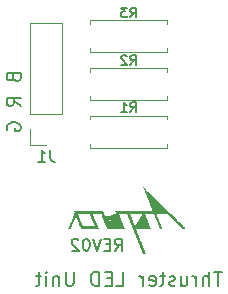
<source format=gbr>
%TF.GenerationSoftware,KiCad,Pcbnew,9.0.0*%
%TF.CreationDate,2025-07-28T18:14:09+09:00*%
%TF.ProjectId,UmiusiThrusterLEDUnit,556d6975-7369-4546-9872-75737465724c,01*%
%TF.SameCoordinates,Original*%
%TF.FileFunction,Legend,Bot*%
%TF.FilePolarity,Positive*%
%FSLAX46Y46*%
G04 Gerber Fmt 4.6, Leading zero omitted, Abs format (unit mm)*
G04 Created by KiCad (PCBNEW 9.0.0) date 2025-07-28 18:14:09*
%MOMM*%
%LPD*%
G01*
G04 APERTURE LIST*
%ADD10C,0.187500*%
%ADD11C,0.200000*%
%ADD12C,0.150000*%
%ADD13C,0.000000*%
%ADD14C,0.120000*%
%ADD15R,1.700000X1.700000*%
%ADD16O,1.700000X1.700000*%
%ADD17C,1.600000*%
%ADD18O,1.600000X1.600000*%
G04 APERTURE END LIST*
D10*
X56817121Y-76117869D02*
X57150454Y-75641678D01*
X57388549Y-76117869D02*
X57388549Y-75117869D01*
X57388549Y-75117869D02*
X57007597Y-75117869D01*
X57007597Y-75117869D02*
X56912359Y-75165488D01*
X56912359Y-75165488D02*
X56864740Y-75213107D01*
X56864740Y-75213107D02*
X56817121Y-75308345D01*
X56817121Y-75308345D02*
X56817121Y-75451202D01*
X56817121Y-75451202D02*
X56864740Y-75546440D01*
X56864740Y-75546440D02*
X56912359Y-75594059D01*
X56912359Y-75594059D02*
X57007597Y-75641678D01*
X57007597Y-75641678D02*
X57388549Y-75641678D01*
X56388549Y-75594059D02*
X56055216Y-75594059D01*
X55912359Y-76117869D02*
X56388549Y-76117869D01*
X56388549Y-76117869D02*
X56388549Y-75117869D01*
X56388549Y-75117869D02*
X55912359Y-75117869D01*
X55626644Y-75117869D02*
X55293311Y-76117869D01*
X55293311Y-76117869D02*
X54959978Y-75117869D01*
X54436168Y-75117869D02*
X54340930Y-75117869D01*
X54340930Y-75117869D02*
X54245692Y-75165488D01*
X54245692Y-75165488D02*
X54198073Y-75213107D01*
X54198073Y-75213107D02*
X54150454Y-75308345D01*
X54150454Y-75308345D02*
X54102835Y-75498821D01*
X54102835Y-75498821D02*
X54102835Y-75736916D01*
X54102835Y-75736916D02*
X54150454Y-75927392D01*
X54150454Y-75927392D02*
X54198073Y-76022630D01*
X54198073Y-76022630D02*
X54245692Y-76070250D01*
X54245692Y-76070250D02*
X54340930Y-76117869D01*
X54340930Y-76117869D02*
X54436168Y-76117869D01*
X54436168Y-76117869D02*
X54531406Y-76070250D01*
X54531406Y-76070250D02*
X54579025Y-76022630D01*
X54579025Y-76022630D02*
X54626644Y-75927392D01*
X54626644Y-75927392D02*
X54674263Y-75736916D01*
X54674263Y-75736916D02*
X54674263Y-75498821D01*
X54674263Y-75498821D02*
X54626644Y-75308345D01*
X54626644Y-75308345D02*
X54579025Y-75213107D01*
X54579025Y-75213107D02*
X54531406Y-75165488D01*
X54531406Y-75165488D02*
X54436168Y-75117869D01*
X53721882Y-75213107D02*
X53674263Y-75165488D01*
X53674263Y-75165488D02*
X53579025Y-75117869D01*
X53579025Y-75117869D02*
X53340930Y-75117869D01*
X53340930Y-75117869D02*
X53245692Y-75165488D01*
X53245692Y-75165488D02*
X53198073Y-75213107D01*
X53198073Y-75213107D02*
X53150454Y-75308345D01*
X53150454Y-75308345D02*
X53150454Y-75403583D01*
X53150454Y-75403583D02*
X53198073Y-75546440D01*
X53198073Y-75546440D02*
X53769501Y-76117869D01*
X53769501Y-76117869D02*
X53150454Y-76117869D01*
D11*
X65857142Y-77892742D02*
X65171428Y-77892742D01*
X65514285Y-79092742D02*
X65514285Y-77892742D01*
X64771427Y-79092742D02*
X64771427Y-77892742D01*
X64257142Y-79092742D02*
X64257142Y-78464171D01*
X64257142Y-78464171D02*
X64314284Y-78349885D01*
X64314284Y-78349885D02*
X64428570Y-78292742D01*
X64428570Y-78292742D02*
X64599999Y-78292742D01*
X64599999Y-78292742D02*
X64714284Y-78349885D01*
X64714284Y-78349885D02*
X64771427Y-78407028D01*
X63685713Y-79092742D02*
X63685713Y-78292742D01*
X63685713Y-78521314D02*
X63628570Y-78407028D01*
X63628570Y-78407028D02*
X63571428Y-78349885D01*
X63571428Y-78349885D02*
X63457142Y-78292742D01*
X63457142Y-78292742D02*
X63342856Y-78292742D01*
X62428571Y-78292742D02*
X62428571Y-79092742D01*
X62942856Y-78292742D02*
X62942856Y-78921314D01*
X62942856Y-78921314D02*
X62885713Y-79035600D01*
X62885713Y-79035600D02*
X62771428Y-79092742D01*
X62771428Y-79092742D02*
X62599999Y-79092742D01*
X62599999Y-79092742D02*
X62485713Y-79035600D01*
X62485713Y-79035600D02*
X62428571Y-78978457D01*
X61914285Y-79035600D02*
X61799999Y-79092742D01*
X61799999Y-79092742D02*
X61571428Y-79092742D01*
X61571428Y-79092742D02*
X61457142Y-79035600D01*
X61457142Y-79035600D02*
X61399999Y-78921314D01*
X61399999Y-78921314D02*
X61399999Y-78864171D01*
X61399999Y-78864171D02*
X61457142Y-78749885D01*
X61457142Y-78749885D02*
X61571428Y-78692742D01*
X61571428Y-78692742D02*
X61742857Y-78692742D01*
X61742857Y-78692742D02*
X61857142Y-78635600D01*
X61857142Y-78635600D02*
X61914285Y-78521314D01*
X61914285Y-78521314D02*
X61914285Y-78464171D01*
X61914285Y-78464171D02*
X61857142Y-78349885D01*
X61857142Y-78349885D02*
X61742857Y-78292742D01*
X61742857Y-78292742D02*
X61571428Y-78292742D01*
X61571428Y-78292742D02*
X61457142Y-78349885D01*
X61057142Y-78292742D02*
X60599999Y-78292742D01*
X60885713Y-77892742D02*
X60885713Y-78921314D01*
X60885713Y-78921314D02*
X60828570Y-79035600D01*
X60828570Y-79035600D02*
X60714285Y-79092742D01*
X60714285Y-79092742D02*
X60599999Y-79092742D01*
X59742856Y-79035600D02*
X59857142Y-79092742D01*
X59857142Y-79092742D02*
X60085714Y-79092742D01*
X60085714Y-79092742D02*
X60199999Y-79035600D01*
X60199999Y-79035600D02*
X60257142Y-78921314D01*
X60257142Y-78921314D02*
X60257142Y-78464171D01*
X60257142Y-78464171D02*
X60199999Y-78349885D01*
X60199999Y-78349885D02*
X60085714Y-78292742D01*
X60085714Y-78292742D02*
X59857142Y-78292742D01*
X59857142Y-78292742D02*
X59742856Y-78349885D01*
X59742856Y-78349885D02*
X59685714Y-78464171D01*
X59685714Y-78464171D02*
X59685714Y-78578457D01*
X59685714Y-78578457D02*
X60257142Y-78692742D01*
X59171428Y-79092742D02*
X59171428Y-78292742D01*
X59171428Y-78521314D02*
X59114285Y-78407028D01*
X59114285Y-78407028D02*
X59057143Y-78349885D01*
X59057143Y-78349885D02*
X58942857Y-78292742D01*
X58942857Y-78292742D02*
X58828571Y-78292742D01*
X56942857Y-79092742D02*
X57514285Y-79092742D01*
X57514285Y-79092742D02*
X57514285Y-77892742D01*
X56542856Y-78464171D02*
X56142856Y-78464171D01*
X55971428Y-79092742D02*
X56542856Y-79092742D01*
X56542856Y-79092742D02*
X56542856Y-77892742D01*
X56542856Y-77892742D02*
X55971428Y-77892742D01*
X55457142Y-79092742D02*
X55457142Y-77892742D01*
X55457142Y-77892742D02*
X55171428Y-77892742D01*
X55171428Y-77892742D02*
X54999999Y-77949885D01*
X54999999Y-77949885D02*
X54885714Y-78064171D01*
X54885714Y-78064171D02*
X54828571Y-78178457D01*
X54828571Y-78178457D02*
X54771428Y-78407028D01*
X54771428Y-78407028D02*
X54771428Y-78578457D01*
X54771428Y-78578457D02*
X54828571Y-78807028D01*
X54828571Y-78807028D02*
X54885714Y-78921314D01*
X54885714Y-78921314D02*
X54999999Y-79035600D01*
X54999999Y-79035600D02*
X55171428Y-79092742D01*
X55171428Y-79092742D02*
X55457142Y-79092742D01*
X53342856Y-77892742D02*
X53342856Y-78864171D01*
X53342856Y-78864171D02*
X53285713Y-78978457D01*
X53285713Y-78978457D02*
X53228571Y-79035600D01*
X53228571Y-79035600D02*
X53114285Y-79092742D01*
X53114285Y-79092742D02*
X52885713Y-79092742D01*
X52885713Y-79092742D02*
X52771428Y-79035600D01*
X52771428Y-79035600D02*
X52714285Y-78978457D01*
X52714285Y-78978457D02*
X52657142Y-78864171D01*
X52657142Y-78864171D02*
X52657142Y-77892742D01*
X52085713Y-78292742D02*
X52085713Y-79092742D01*
X52085713Y-78407028D02*
X52028570Y-78349885D01*
X52028570Y-78349885D02*
X51914285Y-78292742D01*
X51914285Y-78292742D02*
X51742856Y-78292742D01*
X51742856Y-78292742D02*
X51628570Y-78349885D01*
X51628570Y-78349885D02*
X51571428Y-78464171D01*
X51571428Y-78464171D02*
X51571428Y-79092742D01*
X50999999Y-79092742D02*
X50999999Y-78292742D01*
X50999999Y-77892742D02*
X51057142Y-77949885D01*
X51057142Y-77949885D02*
X50999999Y-78007028D01*
X50999999Y-78007028D02*
X50942856Y-77949885D01*
X50942856Y-77949885D02*
X50999999Y-77892742D01*
X50999999Y-77892742D02*
X50999999Y-78007028D01*
X50599999Y-78292742D02*
X50142856Y-78292742D01*
X50428570Y-77892742D02*
X50428570Y-78921314D01*
X50428570Y-78921314D02*
X50371427Y-79035600D01*
X50371427Y-79035600D02*
X50257142Y-79092742D01*
X50257142Y-79092742D02*
X50142856Y-79092742D01*
D10*
X48214821Y-61471428D02*
X48271964Y-61642856D01*
X48271964Y-61642856D02*
X48329107Y-61699999D01*
X48329107Y-61699999D02*
X48443392Y-61757142D01*
X48443392Y-61757142D02*
X48614821Y-61757142D01*
X48614821Y-61757142D02*
X48729107Y-61699999D01*
X48729107Y-61699999D02*
X48786250Y-61642856D01*
X48786250Y-61642856D02*
X48843392Y-61528571D01*
X48843392Y-61528571D02*
X48843392Y-61071428D01*
X48843392Y-61071428D02*
X47643392Y-61071428D01*
X47643392Y-61071428D02*
X47643392Y-61471428D01*
X47643392Y-61471428D02*
X47700535Y-61585714D01*
X47700535Y-61585714D02*
X47757678Y-61642856D01*
X47757678Y-61642856D02*
X47871964Y-61699999D01*
X47871964Y-61699999D02*
X47986250Y-61699999D01*
X47986250Y-61699999D02*
X48100535Y-61642856D01*
X48100535Y-61642856D02*
X48157678Y-61585714D01*
X48157678Y-61585714D02*
X48214821Y-61471428D01*
X48214821Y-61471428D02*
X48214821Y-61071428D01*
X48843392Y-63871428D02*
X48271964Y-63471428D01*
X48843392Y-63185714D02*
X47643392Y-63185714D01*
X47643392Y-63185714D02*
X47643392Y-63642857D01*
X47643392Y-63642857D02*
X47700535Y-63757142D01*
X47700535Y-63757142D02*
X47757678Y-63814285D01*
X47757678Y-63814285D02*
X47871964Y-63871428D01*
X47871964Y-63871428D02*
X48043392Y-63871428D01*
X48043392Y-63871428D02*
X48157678Y-63814285D01*
X48157678Y-63814285D02*
X48214821Y-63757142D01*
X48214821Y-63757142D02*
X48271964Y-63642857D01*
X48271964Y-63642857D02*
X48271964Y-63185714D01*
X47700535Y-65928571D02*
X47643392Y-65814286D01*
X47643392Y-65814286D02*
X47643392Y-65642857D01*
X47643392Y-65642857D02*
X47700535Y-65471428D01*
X47700535Y-65471428D02*
X47814821Y-65357143D01*
X47814821Y-65357143D02*
X47929107Y-65300000D01*
X47929107Y-65300000D02*
X48157678Y-65242857D01*
X48157678Y-65242857D02*
X48329107Y-65242857D01*
X48329107Y-65242857D02*
X48557678Y-65300000D01*
X48557678Y-65300000D02*
X48671964Y-65357143D01*
X48671964Y-65357143D02*
X48786250Y-65471428D01*
X48786250Y-65471428D02*
X48843392Y-65642857D01*
X48843392Y-65642857D02*
X48843392Y-65757143D01*
X48843392Y-65757143D02*
X48786250Y-65928571D01*
X48786250Y-65928571D02*
X48729107Y-65985714D01*
X48729107Y-65985714D02*
X48329107Y-65985714D01*
X48329107Y-65985714D02*
X48329107Y-65757143D01*
D12*
X51333333Y-67584819D02*
X51333333Y-68299104D01*
X51333333Y-68299104D02*
X51380952Y-68441961D01*
X51380952Y-68441961D02*
X51476190Y-68537200D01*
X51476190Y-68537200D02*
X51619047Y-68584819D01*
X51619047Y-68584819D02*
X51714285Y-68584819D01*
X50333333Y-68584819D02*
X50904761Y-68584819D01*
X50619047Y-68584819D02*
X50619047Y-67584819D01*
X50619047Y-67584819D02*
X50714285Y-67727676D01*
X50714285Y-67727676D02*
X50809523Y-67822914D01*
X50809523Y-67822914D02*
X50904761Y-67870533D01*
X58133332Y-64362295D02*
X58399999Y-63981342D01*
X58590475Y-64362295D02*
X58590475Y-63562295D01*
X58590475Y-63562295D02*
X58285713Y-63562295D01*
X58285713Y-63562295D02*
X58209523Y-63600390D01*
X58209523Y-63600390D02*
X58171428Y-63638485D01*
X58171428Y-63638485D02*
X58133332Y-63714676D01*
X58133332Y-63714676D02*
X58133332Y-63828961D01*
X58133332Y-63828961D02*
X58171428Y-63905152D01*
X58171428Y-63905152D02*
X58209523Y-63943247D01*
X58209523Y-63943247D02*
X58285713Y-63981342D01*
X58285713Y-63981342D02*
X58590475Y-63981342D01*
X57371428Y-64362295D02*
X57828571Y-64362295D01*
X57599999Y-64362295D02*
X57599999Y-63562295D01*
X57599999Y-63562295D02*
X57676190Y-63676580D01*
X57676190Y-63676580D02*
X57752380Y-63752771D01*
X57752380Y-63752771D02*
X57828571Y-63790866D01*
X58133332Y-60362295D02*
X58399999Y-59981342D01*
X58590475Y-60362295D02*
X58590475Y-59562295D01*
X58590475Y-59562295D02*
X58285713Y-59562295D01*
X58285713Y-59562295D02*
X58209523Y-59600390D01*
X58209523Y-59600390D02*
X58171428Y-59638485D01*
X58171428Y-59638485D02*
X58133332Y-59714676D01*
X58133332Y-59714676D02*
X58133332Y-59828961D01*
X58133332Y-59828961D02*
X58171428Y-59905152D01*
X58171428Y-59905152D02*
X58209523Y-59943247D01*
X58209523Y-59943247D02*
X58285713Y-59981342D01*
X58285713Y-59981342D02*
X58590475Y-59981342D01*
X57828571Y-59638485D02*
X57790475Y-59600390D01*
X57790475Y-59600390D02*
X57714285Y-59562295D01*
X57714285Y-59562295D02*
X57523809Y-59562295D01*
X57523809Y-59562295D02*
X57447618Y-59600390D01*
X57447618Y-59600390D02*
X57409523Y-59638485D01*
X57409523Y-59638485D02*
X57371428Y-59714676D01*
X57371428Y-59714676D02*
X57371428Y-59790866D01*
X57371428Y-59790866D02*
X57409523Y-59905152D01*
X57409523Y-59905152D02*
X57866666Y-60362295D01*
X57866666Y-60362295D02*
X57371428Y-60362295D01*
X58133332Y-56362295D02*
X58399999Y-55981342D01*
X58590475Y-56362295D02*
X58590475Y-55562295D01*
X58590475Y-55562295D02*
X58285713Y-55562295D01*
X58285713Y-55562295D02*
X58209523Y-55600390D01*
X58209523Y-55600390D02*
X58171428Y-55638485D01*
X58171428Y-55638485D02*
X58133332Y-55714676D01*
X58133332Y-55714676D02*
X58133332Y-55828961D01*
X58133332Y-55828961D02*
X58171428Y-55905152D01*
X58171428Y-55905152D02*
X58209523Y-55943247D01*
X58209523Y-55943247D02*
X58285713Y-55981342D01*
X58285713Y-55981342D02*
X58590475Y-55981342D01*
X57866666Y-55562295D02*
X57371428Y-55562295D01*
X57371428Y-55562295D02*
X57638094Y-55867057D01*
X57638094Y-55867057D02*
X57523809Y-55867057D01*
X57523809Y-55867057D02*
X57447618Y-55905152D01*
X57447618Y-55905152D02*
X57409523Y-55943247D01*
X57409523Y-55943247D02*
X57371428Y-56019438D01*
X57371428Y-56019438D02*
X57371428Y-56209914D01*
X57371428Y-56209914D02*
X57409523Y-56286104D01*
X57409523Y-56286104D02*
X57447618Y-56324200D01*
X57447618Y-56324200D02*
X57523809Y-56362295D01*
X57523809Y-56362295D02*
X57752380Y-56362295D01*
X57752380Y-56362295D02*
X57828571Y-56324200D01*
X57828571Y-56324200D02*
X57866666Y-56286104D01*
D13*
%TO.C,G\u002A\u002A\u002A*%
G36*
X59374806Y-73007305D02*
G01*
X59376141Y-73010985D01*
X59383994Y-73031612D01*
X59398218Y-73068521D01*
X59418201Y-73120131D01*
X59443328Y-73184864D01*
X59472984Y-73261139D01*
X59506555Y-73347376D01*
X59543428Y-73441995D01*
X59582988Y-73543416D01*
X59624622Y-73650058D01*
X59868823Y-74275305D01*
X59244534Y-74277881D01*
X59224565Y-74277967D01*
X59115817Y-74278572D01*
X59013514Y-74279364D01*
X58919351Y-74280317D01*
X58835024Y-74281404D01*
X58762228Y-74282596D01*
X58702658Y-74283868D01*
X58658010Y-74285191D01*
X58629979Y-74286539D01*
X58620260Y-74287885D01*
X58620467Y-74288653D01*
X58625707Y-74303045D01*
X58637660Y-74334592D01*
X58655862Y-74382098D01*
X58679852Y-74444369D01*
X58709165Y-74520210D01*
X58743338Y-74608427D01*
X58781909Y-74707825D01*
X58824414Y-74817209D01*
X58870391Y-74935386D01*
X58919376Y-75061159D01*
X58970906Y-75193336D01*
X59024518Y-75330720D01*
X59428761Y-76366128D01*
X59352132Y-76371796D01*
X59350119Y-76371945D01*
X59307243Y-76374998D01*
X59267638Y-76377635D01*
X59239644Y-76379299D01*
X59203786Y-76381134D01*
X58542813Y-74687967D01*
X57881840Y-72994801D01*
X57519636Y-72992174D01*
X57515063Y-72992141D01*
X57418027Y-72991577D01*
X57339322Y-72991442D01*
X57277348Y-72991783D01*
X57230499Y-72992643D01*
X57197174Y-72994068D01*
X57175769Y-72996102D01*
X57164680Y-72998790D01*
X57162305Y-73002178D01*
X57165675Y-73010844D01*
X57175892Y-73037041D01*
X57191991Y-73078280D01*
X57213239Y-73132691D01*
X57238907Y-73198402D01*
X57268262Y-73273542D01*
X57300574Y-73356240D01*
X57303673Y-73364170D01*
X57335111Y-73444626D01*
X57371141Y-73536828D01*
X57371989Y-73538998D01*
X57407935Y-73630974D01*
X57444759Y-73725195D01*
X57480884Y-73817619D01*
X57487272Y-73833961D01*
X57515578Y-73906376D01*
X57548109Y-73989593D01*
X57577747Y-74065400D01*
X57603761Y-74131926D01*
X57625418Y-74187301D01*
X57641988Y-74229652D01*
X57652739Y-74257109D01*
X57656941Y-74267802D01*
X57656574Y-74269041D01*
X57649981Y-74271313D01*
X57634620Y-74273278D01*
X57609367Y-74274955D01*
X57573099Y-74276365D01*
X57524690Y-74277524D01*
X57463018Y-74278454D01*
X57386958Y-74279171D01*
X57295387Y-74279696D01*
X57187180Y-74280048D01*
X57061213Y-74280245D01*
X56916362Y-74280307D01*
X56170717Y-74280307D01*
X56150901Y-74227786D01*
X56146746Y-74216981D01*
X56135527Y-74188071D01*
X56118396Y-74144060D01*
X56096128Y-74086927D01*
X56069496Y-74018654D01*
X56039275Y-73941221D01*
X56006239Y-73856608D01*
X55997384Y-73833937D01*
X56711457Y-73833937D01*
X56712803Y-73843968D01*
X56721028Y-73861612D01*
X56739879Y-73868103D01*
X56759833Y-73868393D01*
X56775245Y-73858625D01*
X56779520Y-73833961D01*
X56774037Y-73813943D01*
X56754908Y-73798592D01*
X56727543Y-73797731D01*
X56723510Y-73799018D01*
X56712477Y-73810074D01*
X56711457Y-73833937D01*
X55997384Y-73833937D01*
X55971161Y-73766798D01*
X55934817Y-73673770D01*
X55897980Y-73579506D01*
X55877125Y-73526155D01*
X56345349Y-73526155D01*
X56350212Y-73557224D01*
X56368466Y-73581320D01*
X56393324Y-73595633D01*
X56427708Y-73597448D01*
X56463047Y-73579305D01*
X56473740Y-73569197D01*
X56488538Y-73538998D01*
X56485211Y-73505753D01*
X56463733Y-73473417D01*
X56453424Y-73463890D01*
X56432234Y-73452797D01*
X56406344Y-73454087D01*
X56372215Y-73466426D01*
X56351711Y-73489780D01*
X56345349Y-73526155D01*
X55877125Y-73526155D01*
X55861423Y-73485985D01*
X55825922Y-73395190D01*
X55814093Y-73364946D01*
X56804530Y-73364946D01*
X56804561Y-73371519D01*
X56806682Y-73394145D01*
X56815251Y-73404217D01*
X56834591Y-73407914D01*
X56859610Y-73406464D01*
X56881802Y-73391930D01*
X56889563Y-73364170D01*
X56884351Y-73342415D01*
X56864451Y-73325175D01*
X56832646Y-73321707D01*
X56829595Y-73322077D01*
X56812987Y-73326736D01*
X56805973Y-73338963D01*
X56804530Y-73364946D01*
X55814093Y-73364946D01*
X55792251Y-73309100D01*
X55761182Y-73229696D01*
X55733492Y-73158960D01*
X55709952Y-73098872D01*
X55691339Y-73051413D01*
X55678425Y-73018563D01*
X55671985Y-73002303D01*
X55669107Y-72999931D01*
X55657095Y-72996921D01*
X55634459Y-72994521D01*
X55599636Y-72992678D01*
X55551062Y-72991338D01*
X55487173Y-72990447D01*
X55406406Y-72989952D01*
X55307197Y-72989799D01*
X55234916Y-72989824D01*
X55154261Y-72989983D01*
X55090329Y-72990371D01*
X55041239Y-72991081D01*
X55005113Y-72992205D01*
X54980069Y-72993838D01*
X54964227Y-72996071D01*
X54955707Y-72998998D01*
X54952630Y-73002712D01*
X54953114Y-73007305D01*
X54954451Y-73010983D01*
X54962309Y-73031607D01*
X54976537Y-73068514D01*
X54996521Y-73120124D01*
X55021647Y-73184857D01*
X55051300Y-73261132D01*
X55084868Y-73347370D01*
X55121734Y-73441991D01*
X55161287Y-73543414D01*
X55202910Y-73650058D01*
X55360441Y-74053507D01*
X55447044Y-74275305D01*
X54705858Y-74277870D01*
X54573965Y-74278255D01*
X54438011Y-74278455D01*
X54320675Y-74278377D01*
X54221209Y-74278014D01*
X54138866Y-74277357D01*
X54072899Y-74276397D01*
X54022559Y-74275126D01*
X53987099Y-74273536D01*
X53965771Y-74271618D01*
X53957829Y-74269363D01*
X53954704Y-74262282D01*
X53944737Y-74237875D01*
X53928701Y-74197831D01*
X53907265Y-74143844D01*
X53881099Y-74077609D01*
X53850871Y-74000821D01*
X53817252Y-73915174D01*
X53780909Y-73822364D01*
X53742513Y-73724084D01*
X53711976Y-73645983D01*
X53675287Y-73552558D01*
X53641212Y-73466239D01*
X53610412Y-73388674D01*
X53583546Y-73321513D01*
X53561275Y-73266407D01*
X53544260Y-73225005D01*
X53533161Y-73198956D01*
X53528639Y-73189911D01*
X53525151Y-73196681D01*
X53514923Y-73220518D01*
X53498681Y-73259959D01*
X53477080Y-73313368D01*
X53450774Y-73379107D01*
X53420418Y-73455540D01*
X53386666Y-73541029D01*
X53350174Y-73633936D01*
X53311596Y-73732625D01*
X53099953Y-74275305D01*
X52982770Y-74278133D01*
X52952911Y-74278734D01*
X52911049Y-74278758D01*
X52885157Y-74277153D01*
X52872631Y-74273688D01*
X52870867Y-74268130D01*
X52874609Y-74258679D01*
X52885169Y-74231843D01*
X52901911Y-74189235D01*
X52924247Y-74132351D01*
X52951591Y-74062688D01*
X52983354Y-73981740D01*
X53018951Y-73891004D01*
X53057793Y-73791977D01*
X53099295Y-73686153D01*
X53142868Y-73575029D01*
X53153416Y-73548123D01*
X53202593Y-73422611D01*
X53245009Y-73314120D01*
X53281140Y-73221317D01*
X53311460Y-73142870D01*
X53336444Y-73077446D01*
X53356567Y-73023712D01*
X53367922Y-72992416D01*
X53688303Y-72992416D01*
X53688324Y-72992523D01*
X53692368Y-73003451D01*
X53702756Y-73030390D01*
X53718548Y-73070927D01*
X53738801Y-73122652D01*
X53762572Y-73183152D01*
X53788922Y-73250017D01*
X53804867Y-73290441D01*
X53849917Y-73404807D01*
X53893075Y-73514607D01*
X53933659Y-73618086D01*
X53970983Y-73713490D01*
X54004363Y-73799063D01*
X54033113Y-73873053D01*
X54056550Y-73933704D01*
X54073987Y-73979261D01*
X54084741Y-74007972D01*
X54103992Y-74060765D01*
X54617315Y-74064412D01*
X54620119Y-74064432D01*
X54734108Y-74065219D01*
X54829719Y-74065791D01*
X54908547Y-74066102D01*
X54972185Y-74066105D01*
X55022228Y-74065751D01*
X55060269Y-74064994D01*
X55087903Y-74063787D01*
X55106723Y-74062082D01*
X55118323Y-74059832D01*
X55124296Y-74056989D01*
X55126238Y-74053507D01*
X55125742Y-74049338D01*
X55123631Y-74043175D01*
X55114795Y-74019421D01*
X55099784Y-73979919D01*
X55079271Y-73926420D01*
X55053932Y-73860674D01*
X55024442Y-73784429D01*
X54991475Y-73699437D01*
X54955707Y-73607447D01*
X54917812Y-73510208D01*
X54714778Y-72989799D01*
X54201541Y-72989799D01*
X54168991Y-72989804D01*
X54071600Y-72989884D01*
X53981129Y-72990054D01*
X53899445Y-72990303D01*
X53828421Y-72990623D01*
X53769924Y-72991004D01*
X53725826Y-72991436D01*
X53697995Y-72991910D01*
X53688303Y-72992416D01*
X53367922Y-72992416D01*
X53372305Y-72980335D01*
X53384131Y-72945982D01*
X53392522Y-72919322D01*
X53397952Y-72899020D01*
X53400897Y-72883744D01*
X53401830Y-72872161D01*
X53401228Y-72862940D01*
X53399565Y-72854745D01*
X53397743Y-72847615D01*
X53389540Y-72818070D01*
X53382790Y-72797223D01*
X53382665Y-72796873D01*
X53382635Y-72794300D01*
X53385019Y-72791997D01*
X53390851Y-72789950D01*
X53401167Y-72788143D01*
X53417002Y-72786562D01*
X53439390Y-72785190D01*
X53469366Y-72784015D01*
X53507966Y-72783020D01*
X53556225Y-72782190D01*
X53615177Y-72781512D01*
X53685856Y-72780969D01*
X53769300Y-72780547D01*
X53866541Y-72780231D01*
X53978615Y-72780006D01*
X54106558Y-72779856D01*
X54251403Y-72779768D01*
X54414187Y-72779726D01*
X54595943Y-72779716D01*
X55815846Y-72779716D01*
X55890023Y-72966546D01*
X55964199Y-73153375D01*
X56019221Y-73172817D01*
X56048527Y-73181226D01*
X56109812Y-73191303D01*
X56189288Y-73197129D01*
X56217411Y-73198004D01*
X56296537Y-73196088D01*
X56370066Y-73186317D01*
X56443236Y-73167447D01*
X56521286Y-73138236D01*
X56609453Y-73097441D01*
X56734502Y-73035554D01*
X56837043Y-73035185D01*
X56868378Y-73034707D01*
X56905148Y-73033005D01*
X56930277Y-73030394D01*
X56939583Y-73027199D01*
X56939583Y-73027168D01*
X56935981Y-73015262D01*
X56926678Y-72989799D01*
X58110336Y-72989799D01*
X58129026Y-73037317D01*
X58130173Y-73040240D01*
X58139102Y-73063051D01*
X58154340Y-73102037D01*
X58175115Y-73155223D01*
X58200657Y-73220634D01*
X58230195Y-73296295D01*
X58262956Y-73380230D01*
X58298171Y-73470465D01*
X58335067Y-73565025D01*
X58347341Y-73596475D01*
X58382910Y-73687512D01*
X58416046Y-73772181D01*
X58446062Y-73848727D01*
X58472266Y-73915396D01*
X58493969Y-73970436D01*
X58510481Y-74012093D01*
X58521113Y-74038612D01*
X58525173Y-74048241D01*
X58525235Y-74048311D01*
X58525967Y-74049023D01*
X58527181Y-74048625D01*
X58529617Y-74045874D01*
X58534013Y-74039527D01*
X58541110Y-74028339D01*
X58551647Y-74011069D01*
X58566365Y-73986472D01*
X58586002Y-73953305D01*
X58611299Y-73910326D01*
X58642996Y-73856290D01*
X58681832Y-73789955D01*
X58728546Y-73710077D01*
X58783880Y-73615413D01*
X58848572Y-73504720D01*
X58882167Y-73447194D01*
X58932892Y-73360169D01*
X58980064Y-73279041D01*
X59022746Y-73205433D01*
X59059999Y-73140969D01*
X59090887Y-73087272D01*
X59114472Y-73045967D01*
X59129815Y-73018676D01*
X59135980Y-73007024D01*
X59136594Y-73004451D01*
X59135162Y-73001021D01*
X59129464Y-72998170D01*
X59117925Y-72995845D01*
X59098972Y-72993994D01*
X59071030Y-72992561D01*
X59032525Y-72991495D01*
X58981883Y-72990743D01*
X58917530Y-72990250D01*
X58837892Y-72989964D01*
X58741394Y-72989831D01*
X58626463Y-72989799D01*
X58110336Y-72989799D01*
X56926678Y-72989799D01*
X56926300Y-72988765D01*
X56912006Y-72951574D01*
X56894565Y-72907586D01*
X56894408Y-72907194D01*
X56876983Y-72863211D01*
X56862720Y-72826019D01*
X56853085Y-72799530D01*
X56849548Y-72787653D01*
X56853135Y-72787117D01*
X56874494Y-72786249D01*
X56914153Y-72785411D01*
X56971046Y-72784609D01*
X57044109Y-72783849D01*
X57132276Y-72783136D01*
X57234479Y-72782475D01*
X57349655Y-72781872D01*
X57476737Y-72781332D01*
X57614660Y-72780861D01*
X57762357Y-72780463D01*
X57918763Y-72780144D01*
X58082813Y-72779910D01*
X58253440Y-72779765D01*
X58429580Y-72779716D01*
X58535558Y-72779699D01*
X58708628Y-72779598D01*
X58875590Y-72779410D01*
X59035376Y-72779140D01*
X59186915Y-72778793D01*
X59329139Y-72778374D01*
X59460978Y-72777889D01*
X59581364Y-72777342D01*
X59689226Y-72776739D01*
X59783496Y-72776084D01*
X59863105Y-72775382D01*
X59926982Y-72774639D01*
X59974060Y-72773860D01*
X60003268Y-72773050D01*
X60013537Y-72772213D01*
X60013537Y-72771864D01*
X60009458Y-72759102D01*
X59998598Y-72729096D01*
X59981419Y-72683049D01*
X59958383Y-72622165D01*
X59929955Y-72547646D01*
X59896595Y-72460696D01*
X59858767Y-72362518D01*
X59816932Y-72254316D01*
X59771555Y-72137292D01*
X59723097Y-72012650D01*
X59672020Y-71881594D01*
X59618788Y-71745326D01*
X59610644Y-71724500D01*
X59557726Y-71589027D01*
X59507031Y-71459002D01*
X59459023Y-71335624D01*
X59414163Y-71220090D01*
X59372914Y-71113600D01*
X59335737Y-71017349D01*
X59303095Y-70932537D01*
X59275450Y-70860361D01*
X59253263Y-70802020D01*
X59236997Y-70758710D01*
X59227114Y-70731631D01*
X59224076Y-70721979D01*
X59225305Y-70722969D01*
X59238094Y-70734920D01*
X59264169Y-70759835D01*
X59302789Y-70796994D01*
X59353214Y-70845675D01*
X59414702Y-70905157D01*
X59486513Y-70974718D01*
X59567906Y-71053638D01*
X59658140Y-71141195D01*
X59756474Y-71236669D01*
X59862169Y-71339336D01*
X59974482Y-71448478D01*
X60092674Y-71563371D01*
X60216004Y-71683296D01*
X60343730Y-71807531D01*
X60475112Y-71935354D01*
X60609410Y-72066045D01*
X60745882Y-72198882D01*
X60883788Y-72333144D01*
X61022387Y-72468110D01*
X61160938Y-72603058D01*
X61298701Y-72737268D01*
X61434934Y-72870017D01*
X61568898Y-73000586D01*
X61699851Y-73128252D01*
X61827053Y-73252295D01*
X61949762Y-73371993D01*
X62067239Y-73486624D01*
X62178741Y-73595469D01*
X62283530Y-73697805D01*
X62380863Y-73792912D01*
X62470000Y-73880067D01*
X62550201Y-73958550D01*
X62620724Y-74027641D01*
X62680829Y-74086616D01*
X62729775Y-74134756D01*
X62766822Y-74171338D01*
X62876809Y-74280307D01*
X62721804Y-74279805D01*
X62566799Y-74279303D01*
X61906844Y-73634551D01*
X61246890Y-72989799D01*
X60792739Y-72989799D01*
X60688255Y-72989833D01*
X60598884Y-72989981D01*
X60526200Y-72990310D01*
X60468518Y-72990885D01*
X60424154Y-72991772D01*
X60391424Y-72993035D01*
X60368644Y-72994741D01*
X60354129Y-72996956D01*
X60346196Y-72999744D01*
X60343160Y-73003172D01*
X60343338Y-73007305D01*
X60344380Y-73010375D01*
X60351733Y-73030090D01*
X60365496Y-73066156D01*
X60385054Y-73116984D01*
X60409791Y-73180983D01*
X60439091Y-73256565D01*
X60472337Y-73342140D01*
X60508915Y-73436119D01*
X60548208Y-73536912D01*
X60589601Y-73642930D01*
X60608349Y-73690941D01*
X60648689Y-73794458D01*
X60686535Y-73891858D01*
X60721285Y-73981576D01*
X60752339Y-74062048D01*
X60779095Y-74131712D01*
X60800952Y-74189003D01*
X60817309Y-74232358D01*
X60827563Y-74260213D01*
X60831115Y-74271004D01*
X60827813Y-74273736D01*
X60807510Y-74277075D01*
X60770442Y-74278583D01*
X60718616Y-74278133D01*
X60606118Y-74275305D01*
X60355974Y-73632828D01*
X60105830Y-72990352D01*
X59737511Y-72990075D01*
X59653530Y-72990046D01*
X59573772Y-72990162D01*
X59510549Y-72990522D01*
X59462003Y-72991215D01*
X59426275Y-72992329D01*
X59401503Y-72993952D01*
X59385830Y-72996173D01*
X59377396Y-72999080D01*
X59374341Y-73002761D01*
X59374514Y-73004451D01*
X59374806Y-73007305D01*
G37*
D14*
%TO.C,J1*%
X49670000Y-56850000D02*
X49670000Y-64530000D01*
X49670000Y-67130000D02*
X49670000Y-65800000D01*
X51000000Y-67130000D02*
X49670000Y-67130000D01*
X52330000Y-56850000D02*
X49670000Y-56850000D01*
X52330000Y-56850000D02*
X52330000Y-64530000D01*
X52330000Y-64530000D02*
X49670000Y-64530000D01*
%TO.C,R1*%
X54730000Y-64680000D02*
X61270000Y-64680000D01*
X54730000Y-65010000D02*
X54730000Y-64680000D01*
X54730000Y-67090000D02*
X54730000Y-67420000D01*
X54730000Y-67420000D02*
X61270000Y-67420000D01*
X61270000Y-64680000D02*
X61270000Y-65010000D01*
X61270000Y-67420000D02*
X61270000Y-67090000D01*
%TO.C,R2*%
X54730000Y-60630000D02*
X61270000Y-60630000D01*
X54730000Y-60960000D02*
X54730000Y-60630000D01*
X54730000Y-63040000D02*
X54730000Y-63370000D01*
X54730000Y-63370000D02*
X61270000Y-63370000D01*
X61270000Y-60630000D02*
X61270000Y-60960000D01*
X61270000Y-63370000D02*
X61270000Y-63040000D01*
%TO.C,R3*%
X54730000Y-56580000D02*
X61270000Y-56580000D01*
X54730000Y-56910000D02*
X54730000Y-56580000D01*
X54730000Y-58990000D02*
X54730000Y-59320000D01*
X54730000Y-59320000D02*
X61270000Y-59320000D01*
X61270000Y-56580000D02*
X61270000Y-56910000D01*
X61270000Y-59320000D02*
X61270000Y-58990000D01*
%TD*%
%LPC*%
D15*
%TO.C,J1*%
X51000000Y-65800000D03*
D16*
X51000000Y-63260000D03*
X51000000Y-60720000D03*
X51000000Y-58180000D03*
%TD*%
D17*
%TO.C,R1*%
X61810000Y-66050000D03*
D18*
X54190000Y-66050000D03*
%TD*%
D17*
%TO.C,R2*%
X61810000Y-62000000D03*
D18*
X54190000Y-62000000D03*
%TD*%
D17*
%TO.C,R3*%
X61810000Y-57950000D03*
D18*
X54190000Y-57950000D03*
%TD*%
%LPD*%
M02*

</source>
